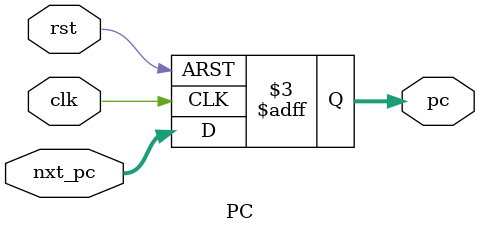
<source format=sv>
module PC (
	input clk, rst,
	input [12:0] nxt_pc,
	output reg [12:0] pc 
);

	always @ (posedge clk, negedge rst) begin
		if (!rst) pc <= 0;
		else pc <= nxt_pc;
	end

endmodule
</source>
